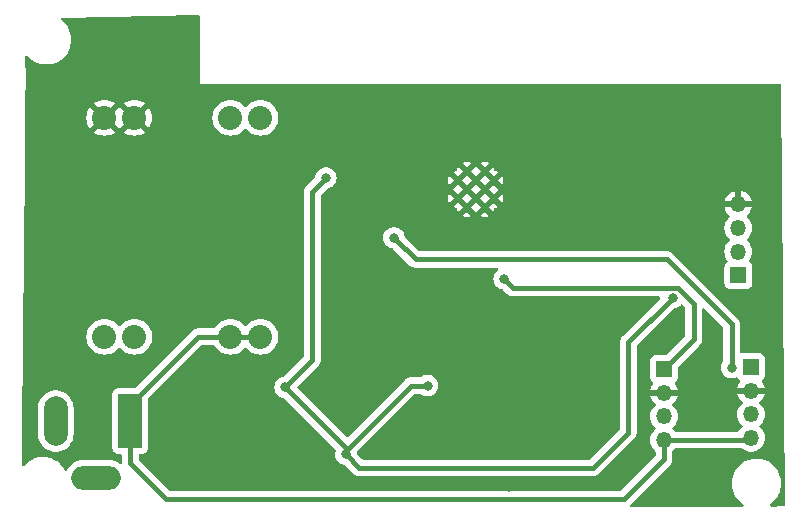
<source format=gbr>
%TF.GenerationSoftware,KiCad,Pcbnew,7.0.1*%
%TF.CreationDate,2023-03-21T16:38:31+01:00*%
%TF.ProjectId,Motordinges,4d6f746f-7264-4696-9e67-65732e6b6963,rev?*%
%TF.SameCoordinates,Original*%
%TF.FileFunction,Copper,L2,Bot*%
%TF.FilePolarity,Positive*%
%FSLAX46Y46*%
G04 Gerber Fmt 4.6, Leading zero omitted, Abs format (unit mm)*
G04 Created by KiCad (PCBNEW 7.0.1) date 2023-03-21 16:38:31*
%MOMM*%
%LPD*%
G01*
G04 APERTURE LIST*
%TA.AperFunction,HeatsinkPad*%
%ADD10C,0.600000*%
%TD*%
%TA.AperFunction,ComponentPad*%
%ADD11R,1.350000X1.350000*%
%TD*%
%TA.AperFunction,ComponentPad*%
%ADD12O,1.350000X1.350000*%
%TD*%
%TA.AperFunction,ComponentPad*%
%ADD13R,2.000000X4.600000*%
%TD*%
%TA.AperFunction,ComponentPad*%
%ADD14O,2.000000X4.200000*%
%TD*%
%TA.AperFunction,ComponentPad*%
%ADD15O,4.200000X2.000000*%
%TD*%
%TA.AperFunction,ComponentPad*%
%ADD16C,2.032000*%
%TD*%
%TA.AperFunction,ViaPad*%
%ADD17C,0.800000*%
%TD*%
%TA.AperFunction,Conductor*%
%ADD18C,0.406400*%
%TD*%
G04 APERTURE END LIST*
D10*
%TO.P,U1,39,GND*%
%TO.N,GND*%
X115765000Y-51027500D03*
X115765000Y-52552500D03*
X116527500Y-50265000D03*
X116527500Y-51790000D03*
X116527500Y-53315000D03*
X117290000Y-51027500D03*
X117290000Y-52552500D03*
X118052500Y-50265000D03*
X118052500Y-51790000D03*
X118052500Y-53315000D03*
X118815000Y-51027500D03*
X118815000Y-52552500D03*
%TD*%
D11*
%TO.P,J1,1,Pin_1*%
%TO.N,+3.3V*%
X139522200Y-59055000D03*
D12*
%TO.P,J1,2,Pin_2*%
%TO.N,RX0*%
X139522200Y-57055000D03*
%TO.P,J1,3,Pin_3*%
%TO.N,TX0*%
X139522200Y-55055000D03*
%TO.P,J1,4,Pin_4*%
%TO.N,GND*%
X139522200Y-53055000D03*
%TD*%
D11*
%TO.P,Motor1,1,PWM*%
%TO.N,A8*%
X140589000Y-66827400D03*
D12*
%TO.P,Motor1,2,GND*%
%TO.N,GND*%
X140589000Y-68827400D03*
%TO.P,Motor1,3,DIR*%
%TO.N,GPIO23*%
X140589000Y-70827400D03*
%TO.P,Motor1,4,12V*%
%TO.N,Net-(Motor1-12V)*%
X140589000Y-72827400D03*
%TD*%
D13*
%TO.P,J2,1*%
%TO.N,Net-(Motor1-12V)*%
X88036400Y-71399400D03*
D14*
%TO.P,J2,2*%
%TO.N,Net-(J2-Pad2)*%
X81736400Y-71399400D03*
D15*
%TO.P,J2,3*%
%TO.N,N/C*%
X85136400Y-76199400D03*
%TD*%
D12*
%TO.P,Motor2,4,12V*%
%TO.N,Net-(Motor1-12V)*%
X133223000Y-73005200D03*
%TO.P,Motor2,3,DIR*%
%TO.N,GPIO13*%
X133223000Y-71005200D03*
%TO.P,Motor2,2,GND*%
%TO.N,GND*%
X133223000Y-69005200D03*
D11*
%TO.P,Motor2,1,PWM*%
%TO.N,A9*%
X133223000Y-67005200D03*
%TD*%
D16*
%TO.P,U2,1,IN-*%
%TO.N,Net-(J2-Pad2)*%
X85852000Y-64262000D03*
%TO.P,U2,2,IN-*%
X88392000Y-64262000D03*
%TO.P,U2,3,IN+*%
%TO.N,Net-(Motor1-12V)*%
X96520000Y-64262000D03*
%TO.P,U2,4,IN+*%
X99060000Y-64262000D03*
%TO.P,U2,5,OUT+*%
%TO.N,VDD*%
X99060000Y-45720000D03*
%TO.P,U2,6,OUT+*%
X96520000Y-45720000D03*
%TO.P,U2,7,OUT-*%
%TO.N,GND*%
X88392000Y-45720000D03*
%TO.P,U2,8,OUT-*%
X85852000Y-45720000D03*
%TD*%
D17*
%TO.N,GND*%
X84683600Y-72923400D03*
X141427200Y-44983400D03*
X120065800Y-77012800D03*
X133934200Y-77470000D03*
X96697800Y-59105800D03*
X81584800Y-60477400D03*
X82575400Y-53136800D03*
X93827600Y-50571400D03*
X122910600Y-52832000D03*
%TO.N,+3.3V*%
X113207800Y-68402200D03*
X101142800Y-68554600D03*
X104597200Y-50825400D03*
%TO.N,GND*%
X135356600Y-57683400D03*
X136017000Y-46710600D03*
%TO.N,A8*%
X138963400Y-66878200D03*
X110363000Y-55880000D03*
%TO.N,A9*%
X119684800Y-59357200D03*
%TO.N,+3.3V*%
X133959600Y-60960000D03*
X106299000Y-74218800D03*
%TO.N,GND*%
X109702600Y-63119000D03*
X129184400Y-52603400D03*
X84378800Y-40665400D03*
X135966200Y-49860200D03*
X122656600Y-47498000D03*
X117424200Y-63957200D03*
X113055400Y-45440600D03*
X90195400Y-57607200D03*
X98577400Y-71069200D03*
X104673400Y-59817000D03*
X117221000Y-72440800D03*
%TD*%
D18*
%TO.N,+3.3V*%
X104597200Y-50825400D02*
X103454200Y-51968400D01*
X103454200Y-51968400D02*
X103454200Y-66243200D01*
X103454200Y-66243200D02*
X101142800Y-68554600D01*
X111810464Y-68402200D02*
X113207800Y-68402200D01*
X106299000Y-73913664D02*
X111810464Y-68402200D01*
X106299000Y-74218800D02*
X106299000Y-73913664D01*
X106299000Y-73710800D02*
X101142800Y-68554600D01*
X106299000Y-74218800D02*
X106299000Y-73710800D01*
%TO.N,A8*%
X112191800Y-57708800D02*
X110363000Y-55880000D01*
X133477000Y-57708800D02*
X112191800Y-57708800D01*
X138963400Y-63195200D02*
X133477000Y-57708800D01*
X138963400Y-66878200D02*
X138963400Y-63195200D01*
%TO.N,Net-(Motor1-12V)*%
X88036400Y-74955400D02*
X88036400Y-71399400D01*
X91077200Y-77996200D02*
X88036400Y-74955400D01*
X133223000Y-74625200D02*
X129852000Y-77996200D01*
X129852000Y-77996200D02*
X91077200Y-77996200D01*
X133223000Y-73005200D02*
X133223000Y-74625200D01*
%TO.N,+3.3V*%
X130200400Y-72390000D02*
X130200400Y-64719200D01*
X130200400Y-64719200D02*
X133959600Y-60960000D01*
X127228600Y-75361800D02*
X130200400Y-72390000D01*
X106299000Y-74218800D02*
X107442000Y-75361800D01*
X107442000Y-75361800D02*
X127228600Y-75361800D01*
%TO.N,A9*%
X134388300Y-60144100D02*
X135737600Y-61493400D01*
X135737600Y-64490600D02*
X133223000Y-67005200D01*
X120471700Y-60144100D02*
X134388300Y-60144100D01*
X119684800Y-59357200D02*
X120471700Y-60144100D01*
X135737600Y-61493400D02*
X135737600Y-64490600D01*
%TO.N,Net-(Motor1-12V)*%
X88036400Y-70027800D02*
X88036400Y-71399400D01*
X93802200Y-64262000D02*
X88036400Y-70027800D01*
X140411200Y-73005200D02*
X140589000Y-72827400D01*
X133223000Y-73005200D02*
X140411200Y-73005200D01*
X93802200Y-64262000D02*
X96520000Y-64262000D01*
X99060000Y-64262000D02*
X96520000Y-64262000D01*
%TD*%
%TA.AperFunction,Conductor*%
%TO.N,GND*%
G36*
X93878138Y-37044955D02*
G01*
X93924382Y-37089398D01*
X93942235Y-37151002D01*
X93969974Y-38505791D01*
X93970000Y-38508329D01*
X93970000Y-42900000D01*
X141970000Y-42900000D01*
X141976807Y-42900000D01*
X141992185Y-42889424D01*
X142036054Y-42878852D01*
X142158408Y-42872297D01*
X143035285Y-42825321D01*
X143099761Y-42839462D01*
X143147846Y-42884685D01*
X143165912Y-42948176D01*
X143443329Y-78507998D01*
X143427138Y-78570236D01*
X143381949Y-78615994D01*
X143319918Y-78632964D01*
X142319127Y-78637683D01*
X142257438Y-78621584D01*
X142211902Y-78576961D01*
X142194557Y-78515611D01*
X142209987Y-78453752D01*
X142254114Y-78407736D01*
X142278756Y-78392751D01*
X142500378Y-78212448D01*
X142695385Y-78003647D01*
X142698005Y-77999936D01*
X142860141Y-77770240D01*
X142861726Y-77767182D01*
X142991585Y-77516567D01*
X143029417Y-77410115D01*
X143087261Y-77247361D01*
X143145387Y-76967640D01*
X143145388Y-76967636D01*
X143164885Y-76682600D01*
X143145388Y-76397564D01*
X143130046Y-76323735D01*
X143087261Y-76117838D01*
X142991586Y-75848636D01*
X142991585Y-75848633D01*
X142860143Y-75594963D01*
X142860141Y-75594959D01*
X142695386Y-75361553D01*
X142500378Y-75152752D01*
X142459248Y-75119290D01*
X142278756Y-74972449D01*
X142034647Y-74824003D01*
X141772598Y-74710179D01*
X141553036Y-74648661D01*
X141497488Y-74633097D01*
X141214451Y-74594195D01*
X140928749Y-74594195D01*
X140645711Y-74633097D01*
X140521134Y-74668002D01*
X140370602Y-74710179D01*
X140370600Y-74710179D01*
X140370599Y-74710180D01*
X140108552Y-74824003D01*
X139864445Y-74972448D01*
X139642821Y-75152752D01*
X139447813Y-75361553D01*
X139283058Y-75594959D01*
X139151613Y-75848636D01*
X139055938Y-76117838D01*
X138997812Y-76397559D01*
X138978314Y-76682600D01*
X138997812Y-76967640D01*
X139055938Y-77247361D01*
X139151613Y-77516563D01*
X139283058Y-77770240D01*
X139447813Y-78003646D01*
X139638809Y-78208151D01*
X139642822Y-78212448D01*
X139864444Y-78392751D01*
X139908272Y-78419403D01*
X139952285Y-78465214D01*
X139967835Y-78526810D01*
X139950840Y-78588024D01*
X139905760Y-78632786D01*
X139844429Y-78649350D01*
X130450350Y-78693644D01*
X130395228Y-78681008D01*
X130351449Y-78645210D01*
X130328120Y-78593695D01*
X130330091Y-78537178D01*
X130356952Y-78487415D01*
X130362151Y-78481547D01*
X130367259Y-78476121D01*
X133702921Y-75140459D01*
X133708341Y-75135356D01*
X133753595Y-75095266D01*
X133787937Y-75045510D01*
X133792331Y-75039538D01*
X133829636Y-74991925D01*
X133833837Y-74982589D01*
X133844864Y-74963039D01*
X133850671Y-74954627D01*
X133872104Y-74898110D01*
X133874966Y-74891202D01*
X133899771Y-74836090D01*
X133901613Y-74826036D01*
X133907640Y-74804413D01*
X133911270Y-74794843D01*
X133918557Y-74734822D01*
X133919682Y-74727433D01*
X133930574Y-74668002D01*
X133927778Y-74621781D01*
X133926925Y-74607685D01*
X133926700Y-74600200D01*
X133926700Y-74009088D01*
X133937266Y-73959002D01*
X133967162Y-73917451D01*
X134095425Y-73800524D01*
X134118863Y-73769488D01*
X134127407Y-73758173D01*
X134171089Y-73721900D01*
X134226361Y-73708900D01*
X139763068Y-73708900D01*
X139807862Y-73717273D01*
X139846606Y-73741263D01*
X139867022Y-73759874D01*
X139877568Y-73769488D01*
X139937965Y-73806884D01*
X140062791Y-73884173D01*
X140238066Y-73952075D01*
X140265931Y-73962870D01*
X140480074Y-74002900D01*
X140697924Y-74002900D01*
X140697926Y-74002900D01*
X140912069Y-73962870D01*
X141047496Y-73910404D01*
X141115208Y-73884173D01*
X141124808Y-73878229D01*
X141300432Y-73769488D01*
X141461427Y-73622722D01*
X141592712Y-73448872D01*
X141689817Y-73253859D01*
X141689818Y-73253857D01*
X141749435Y-73044325D01*
X141754628Y-72988281D01*
X141769536Y-72827400D01*
X141749435Y-72610477D01*
X141749435Y-72610474D01*
X141689818Y-72400942D01*
X141592712Y-72205928D01*
X141461426Y-72032076D01*
X141337427Y-71919037D01*
X141301699Y-71861334D01*
X141301699Y-71793466D01*
X141337427Y-71735763D01*
X141461426Y-71622723D01*
X141461427Y-71622722D01*
X141592712Y-71448872D01*
X141689817Y-71253859D01*
X141689818Y-71253857D01*
X141749435Y-71044325D01*
X141753060Y-71005199D01*
X141769536Y-70827400D01*
X141749435Y-70610477D01*
X141749435Y-70610474D01*
X141689818Y-70400942D01*
X141592712Y-70205928D01*
X141461426Y-70032076D01*
X141337055Y-69918698D01*
X141301327Y-69860995D01*
X141301327Y-69793126D01*
X141337056Y-69735423D01*
X141461055Y-69622384D01*
X141592287Y-69448605D01*
X141689348Y-69253678D01*
X141739505Y-69077400D01*
X139438495Y-69077400D01*
X139488651Y-69253678D01*
X139585712Y-69448605D01*
X139716942Y-69622381D01*
X139840944Y-69735423D01*
X139876672Y-69793126D01*
X139876672Y-69860995D01*
X139840944Y-69918698D01*
X139716573Y-70032076D01*
X139585287Y-70205928D01*
X139488181Y-70400942D01*
X139428564Y-70610474D01*
X139408464Y-70827399D01*
X139428564Y-71044325D01*
X139488181Y-71253857D01*
X139585287Y-71448871D01*
X139716573Y-71622723D01*
X139840572Y-71735763D01*
X139876300Y-71793466D01*
X139876300Y-71861334D01*
X139840572Y-71919037D01*
X139716573Y-72032076D01*
X139585285Y-72205930D01*
X139571921Y-72232771D01*
X139526199Y-72282927D01*
X139460921Y-72301500D01*
X134226361Y-72301500D01*
X134171089Y-72288500D01*
X134127406Y-72252226D01*
X134095425Y-72209875D01*
X133971427Y-72096837D01*
X133935699Y-72039134D01*
X133935699Y-71971266D01*
X133971427Y-71913563D01*
X134095426Y-71800523D01*
X134100755Y-71793466D01*
X134226712Y-71626672D01*
X134323817Y-71431659D01*
X134323818Y-71431657D01*
X134383435Y-71222125D01*
X134386349Y-71190667D01*
X134403536Y-71005200D01*
X134383435Y-70788277D01*
X134383435Y-70788274D01*
X134323818Y-70578742D01*
X134226712Y-70383728D01*
X134095426Y-70209876D01*
X133971055Y-70096498D01*
X133935327Y-70038795D01*
X133935327Y-69970926D01*
X133971056Y-69913223D01*
X134095055Y-69800184D01*
X134226287Y-69626405D01*
X134323348Y-69431478D01*
X134373505Y-69255200D01*
X132072495Y-69255200D01*
X132122651Y-69431478D01*
X132219712Y-69626405D01*
X132350942Y-69800181D01*
X132474944Y-69913223D01*
X132510672Y-69970926D01*
X132510672Y-70038795D01*
X132474944Y-70096498D01*
X132350573Y-70209876D01*
X132219287Y-70383728D01*
X132122181Y-70578742D01*
X132062564Y-70788274D01*
X132042464Y-71005200D01*
X132062564Y-71222125D01*
X132122181Y-71431657D01*
X132219287Y-71626671D01*
X132350573Y-71800523D01*
X132474572Y-71913563D01*
X132510300Y-71971266D01*
X132510300Y-72039134D01*
X132474572Y-72096837D01*
X132350573Y-72209876D01*
X132219287Y-72383728D01*
X132122181Y-72578742D01*
X132062564Y-72788274D01*
X132042464Y-73005200D01*
X132062564Y-73222125D01*
X132122181Y-73431657D01*
X132219287Y-73626671D01*
X132350573Y-73800523D01*
X132478838Y-73917451D01*
X132508734Y-73959002D01*
X132519300Y-74009088D01*
X132519300Y-74282356D01*
X132509861Y-74329809D01*
X132482981Y-74370037D01*
X129596837Y-77256181D01*
X129556609Y-77283061D01*
X129509156Y-77292500D01*
X91420044Y-77292500D01*
X91372591Y-77283061D01*
X91332363Y-77256181D01*
X88776419Y-74700237D01*
X88749539Y-74660009D01*
X88740100Y-74612556D01*
X88740100Y-74323899D01*
X88756713Y-74261899D01*
X88802100Y-74216512D01*
X88864100Y-74199899D01*
X89084270Y-74199899D01*
X89084272Y-74199899D01*
X89143883Y-74193491D01*
X89278731Y-74143196D01*
X89393946Y-74056946D01*
X89480196Y-73941731D01*
X89530491Y-73806883D01*
X89536900Y-73747273D01*
X89536899Y-69573842D01*
X89546338Y-69526390D01*
X89573215Y-69486165D01*
X90504781Y-68554599D01*
X100237340Y-68554599D01*
X100257126Y-68742857D01*
X100315620Y-68922884D01*
X100410266Y-69086816D01*
X100536929Y-69227489D01*
X100690069Y-69338751D01*
X100770621Y-69374615D01*
X100862997Y-69415744D01*
X101012186Y-69447454D01*
X101045566Y-69459769D01*
X101074080Y-69481062D01*
X105411152Y-73818134D01*
X105444045Y-73876867D01*
X105441402Y-73944132D01*
X105413326Y-74030540D01*
X105393540Y-74218800D01*
X105413326Y-74407057D01*
X105471820Y-74587084D01*
X105566466Y-74751016D01*
X105693129Y-74891689D01*
X105846269Y-75002951D01*
X105977347Y-75061311D01*
X106019197Y-75079944D01*
X106168378Y-75111653D01*
X106201765Y-75123969D01*
X106230279Y-75145262D01*
X106926731Y-75841714D01*
X106931864Y-75847167D01*
X106966543Y-75886310D01*
X106971934Y-75892395D01*
X107013937Y-75921387D01*
X107021652Y-75926713D01*
X107027685Y-75931152D01*
X107049128Y-75947951D01*
X107075275Y-75968436D01*
X107084602Y-75972633D01*
X107104156Y-75983661D01*
X107112573Y-75989471D01*
X107169092Y-76010907D01*
X107176009Y-76013772D01*
X107219364Y-76033283D01*
X107231110Y-76038570D01*
X107241160Y-76040411D01*
X107262789Y-76046441D01*
X107272357Y-76050070D01*
X107315334Y-76055288D01*
X107332363Y-76057356D01*
X107339769Y-76058483D01*
X107399199Y-76069374D01*
X107459513Y-76065725D01*
X107466999Y-76065500D01*
X127203600Y-76065500D01*
X127211085Y-76065725D01*
X127271400Y-76069374D01*
X127330858Y-76058477D01*
X127338222Y-76057357D01*
X127398243Y-76050070D01*
X127407808Y-76046441D01*
X127429436Y-76040411D01*
X127439490Y-76038570D01*
X127439491Y-76038569D01*
X127439493Y-76038569D01*
X127494599Y-76013768D01*
X127501513Y-76010903D01*
X127558027Y-75989471D01*
X127566439Y-75983663D01*
X127585994Y-75972634D01*
X127595325Y-75968436D01*
X127642938Y-75931131D01*
X127648910Y-75926737D01*
X127698666Y-75892395D01*
X127738756Y-75847141D01*
X127743867Y-75841714D01*
X130680321Y-72905259D01*
X130685741Y-72900156D01*
X130730995Y-72860066D01*
X130765337Y-72810310D01*
X130769731Y-72804338D01*
X130807036Y-72756725D01*
X130811237Y-72747389D01*
X130822264Y-72727839D01*
X130828071Y-72719427D01*
X130849504Y-72662910D01*
X130852366Y-72656002D01*
X130877171Y-72600890D01*
X130879013Y-72590836D01*
X130885040Y-72569213D01*
X130888670Y-72559643D01*
X130895957Y-72499622D01*
X130897082Y-72492233D01*
X130907974Y-72432802D01*
X130904326Y-72372486D01*
X130904100Y-72365000D01*
X130904100Y-65062044D01*
X130913539Y-65014591D01*
X130940419Y-64974363D01*
X131710856Y-64203926D01*
X134028321Y-61886459D01*
X134056832Y-61865169D01*
X134090209Y-61852855D01*
X134239403Y-61821144D01*
X134412330Y-61744151D01*
X134565471Y-61632888D01*
X134627965Y-61563481D01*
X134683857Y-61527874D01*
X134750110Y-61526139D01*
X134807793Y-61558775D01*
X134997581Y-61748563D01*
X135024461Y-61788791D01*
X135033900Y-61836244D01*
X135033900Y-64147756D01*
X135024461Y-64195209D01*
X134997581Y-64235437D01*
X133439635Y-65793381D01*
X133399407Y-65820261D01*
X133351954Y-65829700D01*
X132500130Y-65829700D01*
X132440515Y-65836109D01*
X132305669Y-65886404D01*
X132190454Y-65972654D01*
X132104204Y-66087868D01*
X132097989Y-66104530D01*
X132053909Y-66222717D01*
X132049217Y-66266362D01*
X132047500Y-66282330D01*
X132047500Y-67728069D01*
X132053909Y-67787683D01*
X132104204Y-67922531D01*
X132190454Y-68037746D01*
X132271418Y-68098356D01*
X132276504Y-68102163D01*
X132316250Y-68152777D01*
X132325274Y-68216496D01*
X132301148Y-68276156D01*
X132219712Y-68383995D01*
X132122651Y-68578921D01*
X132072494Y-68755199D01*
X132072495Y-68755200D01*
X134373505Y-68755200D01*
X134373505Y-68755199D01*
X134323348Y-68578921D01*
X134226287Y-68383994D01*
X134144852Y-68276157D01*
X134120725Y-68216496D01*
X134129749Y-68152777D01*
X134169493Y-68102164D01*
X134255546Y-68037746D01*
X134341796Y-67922531D01*
X134392091Y-67787683D01*
X134398500Y-67728073D01*
X134398499Y-66876242D01*
X134407938Y-66828790D01*
X134434815Y-66788565D01*
X136217522Y-65005858D01*
X136222960Y-65000740D01*
X136268195Y-64960666D01*
X136302547Y-64910896D01*
X136306942Y-64904924D01*
X136344236Y-64857325D01*
X136348435Y-64847992D01*
X136359457Y-64828449D01*
X136365271Y-64820027D01*
X136386710Y-64763493D01*
X136389556Y-64756622D01*
X136414370Y-64701491D01*
X136416214Y-64691425D01*
X136422236Y-64669823D01*
X136425870Y-64660243D01*
X136433157Y-64600216D01*
X136434279Y-64592842D01*
X136445174Y-64533401D01*
X136441526Y-64473092D01*
X136441300Y-64465605D01*
X136441300Y-61967644D01*
X136454815Y-61911349D01*
X136492415Y-61867326D01*
X136545902Y-61845171D01*
X136603618Y-61849713D01*
X136652981Y-61879963D01*
X138223381Y-63450363D01*
X138250261Y-63490591D01*
X138259700Y-63538044D01*
X138259700Y-66266362D01*
X138251464Y-66310799D01*
X138236966Y-66334456D01*
X138237383Y-66334697D01*
X138136220Y-66509915D01*
X138077726Y-66689942D01*
X138057940Y-66878200D01*
X138077726Y-67066457D01*
X138136220Y-67246484D01*
X138230866Y-67410416D01*
X138357529Y-67551089D01*
X138510669Y-67662351D01*
X138683597Y-67739344D01*
X138868752Y-67778700D01*
X138868754Y-67778700D01*
X139058046Y-67778700D01*
X139058048Y-67778700D01*
X139191969Y-67750234D01*
X139243203Y-67739344D01*
X139300283Y-67713930D01*
X139320033Y-67705137D01*
X139374206Y-67694472D01*
X139427638Y-67708381D01*
X139469736Y-67744105D01*
X139470203Y-67744729D01*
X139470204Y-67744731D01*
X139556454Y-67859946D01*
X139636177Y-67919627D01*
X139642504Y-67924363D01*
X139682250Y-67974977D01*
X139691274Y-68038696D01*
X139667148Y-68098356D01*
X139585712Y-68206195D01*
X139488651Y-68401121D01*
X139438494Y-68577399D01*
X139438495Y-68577400D01*
X141739505Y-68577400D01*
X141739505Y-68577399D01*
X141689348Y-68401121D01*
X141592287Y-68206194D01*
X141510852Y-68098357D01*
X141486725Y-68038696D01*
X141495749Y-67974977D01*
X141535493Y-67924364D01*
X141621546Y-67859946D01*
X141707796Y-67744731D01*
X141758091Y-67609883D01*
X141764500Y-67550273D01*
X141764499Y-66104528D01*
X141758091Y-66044917D01*
X141707796Y-65910069D01*
X141621546Y-65794854D01*
X141506331Y-65708604D01*
X141371483Y-65658309D01*
X141311873Y-65651900D01*
X141311869Y-65651900D01*
X139866131Y-65651900D01*
X139830100Y-65655773D01*
X139806517Y-65658309D01*
X139806515Y-65658309D01*
X139804354Y-65658542D01*
X139736918Y-65646788D01*
X139685994Y-65601045D01*
X139667100Y-65535252D01*
X139667100Y-63220199D01*
X139667326Y-63212713D01*
X139668920Y-63186357D01*
X139670974Y-63152399D01*
X139660079Y-63092955D01*
X139658954Y-63085556D01*
X139651670Y-63025557D01*
X139648038Y-63015981D01*
X139642014Y-62994375D01*
X139640170Y-62984309D01*
X139615365Y-62929195D01*
X139612507Y-62922298D01*
X139591071Y-62865773D01*
X139585263Y-62857358D01*
X139574236Y-62837807D01*
X139570036Y-62828475D01*
X139532752Y-62780886D01*
X139528323Y-62774867D01*
X139493995Y-62725134D01*
X139448759Y-62685058D01*
X139443306Y-62679924D01*
X133992266Y-57228884D01*
X133987132Y-57223430D01*
X133947067Y-57178206D01*
X133897347Y-57143887D01*
X133891313Y-57139447D01*
X133843726Y-57102164D01*
X133834395Y-57097965D01*
X133814844Y-57086939D01*
X133806426Y-57081128D01*
X133749908Y-57059693D01*
X133742991Y-57056828D01*
X133738929Y-57055000D01*
X138341664Y-57055000D01*
X138361764Y-57271925D01*
X138421381Y-57481457D01*
X138518488Y-57676474D01*
X138599947Y-57784343D01*
X138624074Y-57844003D01*
X138615050Y-57907721D01*
X138575304Y-57958335D01*
X138489655Y-58022451D01*
X138403404Y-58137668D01*
X138353109Y-58272516D01*
X138346700Y-58332130D01*
X138346700Y-59777869D01*
X138353109Y-59837483D01*
X138403404Y-59972331D01*
X138489654Y-60087546D01*
X138604869Y-60173796D01*
X138739717Y-60224091D01*
X138799327Y-60230500D01*
X140245072Y-60230499D01*
X140304683Y-60224091D01*
X140439531Y-60173796D01*
X140554746Y-60087546D01*
X140640996Y-59972331D01*
X140691291Y-59837483D01*
X140697700Y-59777873D01*
X140697699Y-58332128D01*
X140691291Y-58272517D01*
X140640996Y-58137669D01*
X140554746Y-58022454D01*
X140469094Y-57958335D01*
X140429349Y-57907722D01*
X140420325Y-57844003D01*
X140444451Y-57784343D01*
X140525912Y-57676472D01*
X140623017Y-57481459D01*
X140623018Y-57481457D01*
X140682635Y-57271925D01*
X140686623Y-57228884D01*
X140702736Y-57055000D01*
X140682635Y-56838077D01*
X140682635Y-56838074D01*
X140623018Y-56628542D01*
X140525912Y-56433528D01*
X140394626Y-56259676D01*
X140270627Y-56146637D01*
X140234899Y-56088934D01*
X140234899Y-56021066D01*
X140270627Y-55963363D01*
X140394626Y-55850323D01*
X140424480Y-55810790D01*
X140525912Y-55676472D01*
X140623017Y-55481459D01*
X140661051Y-55347784D01*
X140682635Y-55271925D01*
X140685777Y-55238008D01*
X140702736Y-55055000D01*
X140682635Y-54838077D01*
X140682635Y-54838074D01*
X140623018Y-54628542D01*
X140525912Y-54433528D01*
X140394626Y-54259676D01*
X140270255Y-54146298D01*
X140234527Y-54088595D01*
X140234527Y-54020726D01*
X140270256Y-53963023D01*
X140394255Y-53849984D01*
X140525487Y-53676205D01*
X140622548Y-53481278D01*
X140672705Y-53305000D01*
X138371695Y-53305000D01*
X138421851Y-53481278D01*
X138518912Y-53676205D01*
X138650142Y-53849981D01*
X138774144Y-53963023D01*
X138809872Y-54020726D01*
X138809872Y-54088595D01*
X138774144Y-54146298D01*
X138649773Y-54259676D01*
X138518487Y-54433528D01*
X138421381Y-54628542D01*
X138361764Y-54838074D01*
X138341664Y-55055000D01*
X138361764Y-55271925D01*
X138421381Y-55481457D01*
X138518487Y-55676471D01*
X138649773Y-55850323D01*
X138773772Y-55963362D01*
X138809500Y-56021064D01*
X138809501Y-56088933D01*
X138773773Y-56146636D01*
X138649771Y-56259679D01*
X138518487Y-56433528D01*
X138421381Y-56628542D01*
X138361764Y-56838074D01*
X138341664Y-57055000D01*
X133738929Y-57055000D01*
X133729284Y-57050659D01*
X133687891Y-57032030D01*
X133677833Y-57030187D01*
X133656214Y-57024160D01*
X133646643Y-57020530D01*
X133586624Y-57013241D01*
X133579222Y-57012115D01*
X133519800Y-57001225D01*
X133459486Y-57004874D01*
X133452000Y-57005100D01*
X112534644Y-57005100D01*
X112487191Y-56995661D01*
X112446963Y-56968781D01*
X111288972Y-55810790D01*
X111264732Y-55776491D01*
X111253332Y-55736068D01*
X111248674Y-55691742D01*
X111190179Y-55511715D01*
X111095533Y-55347783D01*
X110968870Y-55207110D01*
X110815730Y-55095848D01*
X110642802Y-55018855D01*
X110457648Y-54979500D01*
X110457646Y-54979500D01*
X110268354Y-54979500D01*
X110268352Y-54979500D01*
X110083197Y-55018855D01*
X109910269Y-55095848D01*
X109757129Y-55207110D01*
X109630466Y-55347783D01*
X109535820Y-55511715D01*
X109477326Y-55691742D01*
X109457540Y-55879999D01*
X109477326Y-56068257D01*
X109535820Y-56248284D01*
X109630466Y-56412216D01*
X109757129Y-56552889D01*
X109910269Y-56664151D01*
X110026168Y-56715752D01*
X110083197Y-56741144D01*
X110232386Y-56772854D01*
X110265766Y-56785169D01*
X110294280Y-56806462D01*
X111676524Y-58188706D01*
X111681658Y-58194160D01*
X111721732Y-58239395D01*
X111771460Y-58273718D01*
X111777488Y-58278153D01*
X111825075Y-58315436D01*
X111834403Y-58319634D01*
X111853954Y-58330660D01*
X111862373Y-58336471D01*
X111909888Y-58354491D01*
X111918877Y-58357900D01*
X111925798Y-58360767D01*
X111980910Y-58385571D01*
X111990961Y-58387412D01*
X112012582Y-58393438D01*
X112022157Y-58397070D01*
X112082171Y-58404356D01*
X112089539Y-58405477D01*
X112149000Y-58416374D01*
X112209314Y-58412725D01*
X112216800Y-58412500D01*
X119071413Y-58412500D01*
X119131150Y-58427838D01*
X119176110Y-58470057D01*
X119195168Y-58528714D01*
X119183612Y-58589297D01*
X119144298Y-58636818D01*
X119078929Y-58684310D01*
X118952266Y-58824983D01*
X118857620Y-58988915D01*
X118799126Y-59168942D01*
X118779340Y-59357200D01*
X118799126Y-59545457D01*
X118857620Y-59725484D01*
X118952266Y-59889416D01*
X119078929Y-60030089D01*
X119232069Y-60141351D01*
X119347968Y-60192952D01*
X119404997Y-60218344D01*
X119554186Y-60250054D01*
X119587566Y-60262369D01*
X119616080Y-60283662D01*
X119956424Y-60624006D01*
X119961558Y-60629459D01*
X120001634Y-60674695D01*
X120051384Y-60709034D01*
X120057382Y-60713448D01*
X120104976Y-60750736D01*
X120114313Y-60754938D01*
X120133852Y-60765958D01*
X120142273Y-60771771D01*
X120198269Y-60793007D01*
X120198775Y-60793199D01*
X120205696Y-60796065D01*
X120260810Y-60820871D01*
X120270872Y-60822714D01*
X120292485Y-60828739D01*
X120302057Y-60832370D01*
X120362071Y-60839656D01*
X120369439Y-60840777D01*
X120428900Y-60851674D01*
X120489214Y-60848025D01*
X120496700Y-60847800D01*
X132777255Y-60847800D01*
X132833550Y-60861315D01*
X132877573Y-60898915D01*
X132899728Y-60952402D01*
X132895186Y-61010118D01*
X132864936Y-61059481D01*
X129720490Y-64203926D01*
X129715038Y-64209058D01*
X129669807Y-64249130D01*
X129635482Y-64298858D01*
X129631045Y-64304887D01*
X129593763Y-64352474D01*
X129589562Y-64361810D01*
X129578540Y-64381354D01*
X129572727Y-64389775D01*
X129551298Y-64446277D01*
X129548434Y-64453192D01*
X129523629Y-64508309D01*
X129521785Y-64518372D01*
X129515762Y-64539977D01*
X129512130Y-64549554D01*
X129504841Y-64609577D01*
X129503714Y-64616978D01*
X129492825Y-64676397D01*
X129496474Y-64736714D01*
X129496700Y-64744200D01*
X129496700Y-72047156D01*
X129487261Y-72094609D01*
X129460381Y-72134837D01*
X126973437Y-74621781D01*
X126933209Y-74648661D01*
X126885756Y-74658100D01*
X107784845Y-74658100D01*
X107737392Y-74648661D01*
X107697164Y-74621781D01*
X107229294Y-74153912D01*
X107197200Y-74098325D01*
X107197200Y-74034137D01*
X107229292Y-73978552D01*
X112065627Y-69142219D01*
X112105856Y-69115339D01*
X112153309Y-69105900D01*
X112604048Y-69105900D01*
X112642366Y-69111969D01*
X112676932Y-69129581D01*
X112755070Y-69186351D01*
X112755071Y-69186351D01*
X112755072Y-69186352D01*
X112927997Y-69263344D01*
X113113152Y-69302700D01*
X113113154Y-69302700D01*
X113302446Y-69302700D01*
X113302448Y-69302700D01*
X113425884Y-69276462D01*
X113487603Y-69263344D01*
X113660530Y-69186351D01*
X113758270Y-69115339D01*
X113813670Y-69075089D01*
X113846232Y-69038926D01*
X113940333Y-68934416D01*
X114034979Y-68770484D01*
X114093474Y-68590456D01*
X114113260Y-68402200D01*
X114093474Y-68213944D01*
X114036532Y-68038696D01*
X114034979Y-68033915D01*
X113940333Y-67869983D01*
X113813670Y-67729310D01*
X113660530Y-67618048D01*
X113487602Y-67541055D01*
X113302448Y-67501700D01*
X113302446Y-67501700D01*
X113113154Y-67501700D01*
X113113152Y-67501700D01*
X112927997Y-67541055D01*
X112755072Y-67618047D01*
X112676934Y-67674818D01*
X112642366Y-67692431D01*
X112604048Y-67698500D01*
X111835464Y-67698500D01*
X111827978Y-67698274D01*
X111767660Y-67694625D01*
X111708239Y-67705514D01*
X111700840Y-67706641D01*
X111640817Y-67713930D01*
X111631247Y-67717560D01*
X111609632Y-67723586D01*
X111599573Y-67725429D01*
X111544455Y-67750234D01*
X111537541Y-67753098D01*
X111481039Y-67774527D01*
X111472618Y-67780340D01*
X111453074Y-67791362D01*
X111443738Y-67795563D01*
X111396141Y-67832852D01*
X111390113Y-67837288D01*
X111340394Y-67871607D01*
X111300330Y-67916829D01*
X111295198Y-67922281D01*
X106488112Y-72729368D01*
X106432525Y-72761462D01*
X106368337Y-72761462D01*
X106312750Y-72729368D01*
X102225662Y-68642280D01*
X102193568Y-68586693D01*
X102193568Y-68522505D01*
X102225659Y-68466922D01*
X103934122Y-66758458D01*
X103939560Y-66753340D01*
X103984795Y-66713266D01*
X104019147Y-66663496D01*
X104023542Y-66657524D01*
X104060836Y-66609925D01*
X104065035Y-66600592D01*
X104076057Y-66581049D01*
X104081871Y-66572627D01*
X104103310Y-66516093D01*
X104106156Y-66509222D01*
X104130970Y-66454091D01*
X104132814Y-66444025D01*
X104138836Y-66422423D01*
X104142470Y-66412843D01*
X104149757Y-66352816D01*
X104150879Y-66345442D01*
X104161774Y-66286001D01*
X104158125Y-66225686D01*
X104157900Y-66218201D01*
X104157900Y-54031660D01*
X116164391Y-54031660D01*
X116178196Y-54040335D01*
X116348359Y-54099877D01*
X116527500Y-54120062D01*
X116706640Y-54099877D01*
X116876803Y-54040335D01*
X116890607Y-54031661D01*
X116890607Y-54031660D01*
X117689391Y-54031660D01*
X117703196Y-54040335D01*
X117873359Y-54099877D01*
X118052500Y-54120062D01*
X118231640Y-54099877D01*
X118401803Y-54040335D01*
X118415607Y-54031661D01*
X118415607Y-54031660D01*
X118052501Y-53668553D01*
X118052500Y-53668553D01*
X117689391Y-54031660D01*
X116890607Y-54031660D01*
X116527501Y-53668553D01*
X116527500Y-53668553D01*
X116164391Y-54031660D01*
X104157900Y-54031660D01*
X104157900Y-53269160D01*
X115401891Y-53269160D01*
X115415696Y-53277835D01*
X115585855Y-53337376D01*
X115628480Y-53342178D01*
X115680569Y-53360404D01*
X115719592Y-53399425D01*
X115737819Y-53451514D01*
X115742622Y-53494140D01*
X115802165Y-53664304D01*
X115810838Y-53678108D01*
X116173947Y-53315001D01*
X116173947Y-53315000D01*
X116881053Y-53315000D01*
X117244160Y-53678107D01*
X117276121Y-53674507D01*
X117303887Y-53674508D01*
X117335838Y-53678108D01*
X117698947Y-53315001D01*
X117698947Y-53315000D01*
X118406053Y-53315000D01*
X118769160Y-53678107D01*
X118769161Y-53678107D01*
X118777835Y-53664303D01*
X118837376Y-53494144D01*
X118842178Y-53451518D01*
X118860405Y-53399428D01*
X118899428Y-53360405D01*
X118951518Y-53342178D01*
X118994144Y-53337376D01*
X119164303Y-53277835D01*
X119178107Y-53269161D01*
X119178107Y-53269160D01*
X118815000Y-52906053D01*
X118406053Y-53315000D01*
X117698947Y-53315000D01*
X117290000Y-52906053D01*
X116881053Y-53315000D01*
X116173947Y-53315000D01*
X115765001Y-52906053D01*
X115765000Y-52906053D01*
X115401891Y-53269160D01*
X104157900Y-53269160D01*
X104157900Y-52552500D01*
X114959937Y-52552500D01*
X114980122Y-52731640D01*
X115039665Y-52901804D01*
X115048338Y-52915608D01*
X115411447Y-52552501D01*
X115411447Y-52552500D01*
X116118553Y-52552500D01*
X116527500Y-52961447D01*
X116936447Y-52552500D01*
X117643553Y-52552500D01*
X118052500Y-52961447D01*
X118461446Y-52552501D01*
X119168553Y-52552501D01*
X119531660Y-52915607D01*
X119531661Y-52915607D01*
X119540335Y-52901803D01*
X119574208Y-52804999D01*
X138371694Y-52804999D01*
X138371695Y-52805000D01*
X139272200Y-52805000D01*
X139272200Y-51906380D01*
X139772200Y-51906380D01*
X139772200Y-52805000D01*
X140672705Y-52805000D01*
X140672705Y-52804999D01*
X140622548Y-52628721D01*
X140525487Y-52433794D01*
X140394255Y-52260014D01*
X140233331Y-52113314D01*
X140048187Y-51998677D01*
X139845130Y-51920013D01*
X139772200Y-51906380D01*
X139272200Y-51906380D01*
X139199269Y-51920013D01*
X138996212Y-51998677D01*
X138811068Y-52113314D01*
X138650144Y-52260014D01*
X138518912Y-52433794D01*
X138421851Y-52628721D01*
X138371694Y-52804999D01*
X119574208Y-52804999D01*
X119599877Y-52731640D01*
X119620062Y-52552500D01*
X119599877Y-52373359D01*
X119540335Y-52203196D01*
X119531660Y-52189391D01*
X119168553Y-52552500D01*
X119168553Y-52552501D01*
X118461446Y-52552501D01*
X118461447Y-52552500D01*
X118052500Y-52143553D01*
X117643553Y-52552500D01*
X116936447Y-52552500D01*
X116527500Y-52143553D01*
X116118553Y-52552500D01*
X115411447Y-52552500D01*
X115048338Y-52189390D01*
X115048338Y-52189391D01*
X115039664Y-52203196D01*
X114980122Y-52373359D01*
X114959937Y-52552500D01*
X104157900Y-52552500D01*
X104157900Y-52311244D01*
X104167339Y-52263791D01*
X104194219Y-52223563D01*
X104428131Y-51989651D01*
X104581943Y-51835838D01*
X115401890Y-51835838D01*
X115764999Y-52198947D01*
X116173947Y-51790000D01*
X116881053Y-51790000D01*
X117290000Y-52198947D01*
X117698947Y-51790000D01*
X118406053Y-51790000D01*
X118815000Y-52198947D01*
X118815001Y-52198947D01*
X119178108Y-51835838D01*
X119174508Y-51803884D01*
X119174507Y-51776119D01*
X119178107Y-51744160D01*
X118815000Y-51381053D01*
X118406053Y-51790000D01*
X117698947Y-51790000D01*
X117290000Y-51381053D01*
X116881053Y-51790000D01*
X116173947Y-51790000D01*
X115765001Y-51381053D01*
X115765000Y-51381053D01*
X115401890Y-51744161D01*
X115405491Y-51776123D01*
X115405491Y-51803892D01*
X115401890Y-51835838D01*
X104581943Y-51835838D01*
X104665922Y-51751859D01*
X104694433Y-51730569D01*
X104727811Y-51718255D01*
X104877003Y-51686544D01*
X105049930Y-51609551D01*
X105126270Y-51554087D01*
X105203070Y-51498289D01*
X105329733Y-51357616D01*
X105424379Y-51193684D01*
X105478375Y-51027501D01*
X105478375Y-51027500D01*
X114959937Y-51027500D01*
X114980122Y-51206640D01*
X115039665Y-51376804D01*
X115048338Y-51390608D01*
X115411447Y-51027501D01*
X115411447Y-51027500D01*
X116118553Y-51027500D01*
X116527500Y-51436447D01*
X116936447Y-51027500D01*
X117643553Y-51027500D01*
X118052500Y-51436447D01*
X118461446Y-51027501D01*
X119168553Y-51027501D01*
X119531660Y-51390607D01*
X119531661Y-51390607D01*
X119540335Y-51376803D01*
X119599877Y-51206640D01*
X119620062Y-51027500D01*
X119599877Y-50848359D01*
X119540335Y-50678196D01*
X119531660Y-50664391D01*
X119168553Y-51027500D01*
X119168553Y-51027501D01*
X118461446Y-51027501D01*
X118461447Y-51027500D01*
X118052500Y-50618553D01*
X117643553Y-51027500D01*
X116936447Y-51027500D01*
X116527500Y-50618553D01*
X116118553Y-51027500D01*
X115411447Y-51027500D01*
X115048338Y-50664390D01*
X115048338Y-50664391D01*
X115039664Y-50678196D01*
X114980122Y-50848359D01*
X114959937Y-51027500D01*
X105478375Y-51027500D01*
X105482874Y-51013656D01*
X105502660Y-50825400D01*
X105482874Y-50637144D01*
X105424379Y-50457116D01*
X105424379Y-50457115D01*
X105339926Y-50310838D01*
X115401890Y-50310838D01*
X115764999Y-50673947D01*
X116173946Y-50265001D01*
X116881053Y-50265001D01*
X117289999Y-50673947D01*
X117698946Y-50265001D01*
X118406053Y-50265001D01*
X118815000Y-50673947D01*
X118815001Y-50673947D01*
X119178108Y-50310838D01*
X119164304Y-50302165D01*
X118994140Y-50242622D01*
X118951514Y-50237819D01*
X118899425Y-50219592D01*
X118860404Y-50180569D01*
X118842178Y-50128480D01*
X118837376Y-50085855D01*
X118777835Y-49915696D01*
X118769160Y-49901891D01*
X118406053Y-50265000D01*
X118406053Y-50265001D01*
X117698946Y-50265001D01*
X117698947Y-50265000D01*
X117335838Y-49901890D01*
X117303892Y-49905491D01*
X117276123Y-49905491D01*
X117244161Y-49901890D01*
X116881053Y-50265000D01*
X116881053Y-50265001D01*
X116173946Y-50265001D01*
X116173947Y-50265000D01*
X115810838Y-49901890D01*
X115810838Y-49901891D01*
X115802164Y-49915696D01*
X115742622Y-50085859D01*
X115737819Y-50128485D01*
X115719592Y-50180572D01*
X115680572Y-50219592D01*
X115628485Y-50237819D01*
X115585859Y-50242622D01*
X115415696Y-50302164D01*
X115401891Y-50310838D01*
X115401890Y-50310838D01*
X105339926Y-50310838D01*
X105329733Y-50293183D01*
X105203070Y-50152510D01*
X105049930Y-50041248D01*
X104877002Y-49964255D01*
X104691848Y-49924900D01*
X104691846Y-49924900D01*
X104502554Y-49924900D01*
X104502552Y-49924900D01*
X104317397Y-49964255D01*
X104144469Y-50041248D01*
X103991329Y-50152510D01*
X103864666Y-50293183D01*
X103770020Y-50457115D01*
X103711525Y-50637146D01*
X103706866Y-50681471D01*
X103695466Y-50721891D01*
X103671227Y-50756188D01*
X102974290Y-51453126D01*
X102968838Y-51458258D01*
X102923607Y-51498330D01*
X102889282Y-51548058D01*
X102884845Y-51554087D01*
X102847563Y-51601674D01*
X102843362Y-51611010D01*
X102832340Y-51630554D01*
X102826527Y-51638975D01*
X102805098Y-51695477D01*
X102802234Y-51702392D01*
X102777429Y-51757509D01*
X102775585Y-51767572D01*
X102769562Y-51789177D01*
X102765930Y-51798754D01*
X102758641Y-51858777D01*
X102757514Y-51866178D01*
X102746625Y-51925597D01*
X102750274Y-51985914D01*
X102750500Y-51993400D01*
X102750500Y-65900356D01*
X102741061Y-65947809D01*
X102714181Y-65988037D01*
X101074080Y-67628136D01*
X101045567Y-67649428D01*
X101012181Y-67661745D01*
X100862997Y-67693456D01*
X100690067Y-67770449D01*
X100536929Y-67881710D01*
X100410266Y-68022383D01*
X100315620Y-68186315D01*
X100257126Y-68366342D01*
X100237340Y-68554599D01*
X90504781Y-68554599D01*
X94057362Y-65002019D01*
X94097591Y-64975139D01*
X94145044Y-64965700D01*
X95103192Y-64965700D01*
X95163781Y-64981511D01*
X95208919Y-65024910D01*
X95268873Y-65122746D01*
X95289332Y-65156132D01*
X95444357Y-65337643D01*
X95625868Y-65492668D01*
X95829395Y-65617389D01*
X95900370Y-65646788D01*
X96049926Y-65708737D01*
X96063618Y-65712024D01*
X96282034Y-65764461D01*
X96520000Y-65783189D01*
X96757966Y-65764461D01*
X96990073Y-65708737D01*
X97210605Y-65617389D01*
X97414132Y-65492668D01*
X97595643Y-65337643D01*
X97695711Y-65220477D01*
X97738086Y-65188401D01*
X97790000Y-65177011D01*
X97841914Y-65188401D01*
X97884288Y-65220477D01*
X97984357Y-65337643D01*
X98165868Y-65492668D01*
X98369395Y-65617389D01*
X98440370Y-65646788D01*
X98589926Y-65708737D01*
X98603618Y-65712024D01*
X98822034Y-65764461D01*
X99060000Y-65783189D01*
X99297966Y-65764461D01*
X99530073Y-65708737D01*
X99750605Y-65617389D01*
X99954132Y-65492668D01*
X100135643Y-65337643D01*
X100290668Y-65156132D01*
X100415389Y-64952605D01*
X100506737Y-64732073D01*
X100562461Y-64499966D01*
X100581189Y-64262000D01*
X100562461Y-64024034D01*
X100506737Y-63791927D01*
X100502662Y-63782090D01*
X100415390Y-63571398D01*
X100415389Y-63571395D01*
X100290668Y-63367868D01*
X100135643Y-63186357D01*
X100017620Y-63085556D01*
X99954135Y-63031334D01*
X99929091Y-63015987D01*
X99750605Y-62906611D01*
X99750602Y-62906610D01*
X99750601Y-62906609D01*
X99530073Y-62815262D01*
X99297967Y-62759539D01*
X99060000Y-62740811D01*
X98822032Y-62759539D01*
X98589926Y-62815262D01*
X98369398Y-62906609D01*
X98165864Y-63031334D01*
X97984357Y-63186357D01*
X97884290Y-63303520D01*
X97841914Y-63335598D01*
X97790000Y-63346988D01*
X97738086Y-63335598D01*
X97695710Y-63303520D01*
X97668683Y-63271876D01*
X97595643Y-63186357D01*
X97477620Y-63085556D01*
X97414135Y-63031334D01*
X97389091Y-63015987D01*
X97210605Y-62906611D01*
X97210602Y-62906610D01*
X97210601Y-62906609D01*
X96990073Y-62815262D01*
X96757967Y-62759539D01*
X96520000Y-62740811D01*
X96282032Y-62759539D01*
X96049926Y-62815262D01*
X95829398Y-62906609D01*
X95625864Y-63031334D01*
X95444357Y-63186357D01*
X95289331Y-63367869D01*
X95208919Y-63499090D01*
X95163781Y-63542489D01*
X95103192Y-63558300D01*
X93827200Y-63558300D01*
X93819714Y-63558074D01*
X93759399Y-63554425D01*
X93699971Y-63565316D01*
X93692568Y-63566443D01*
X93632555Y-63573730D01*
X93622981Y-63577361D01*
X93601371Y-63583385D01*
X93591308Y-63585229D01*
X93536197Y-63610032D01*
X93529280Y-63612898D01*
X93472770Y-63634329D01*
X93464349Y-63640142D01*
X93444813Y-63651161D01*
X93435475Y-63655363D01*
X93387907Y-63692631D01*
X93381878Y-63697067D01*
X93332131Y-63731406D01*
X93292058Y-63776638D01*
X93286926Y-63782090D01*
X88506435Y-68562581D01*
X88466207Y-68589461D01*
X88418754Y-68598900D01*
X86988530Y-68598900D01*
X86928915Y-68605309D01*
X86794069Y-68655604D01*
X86678854Y-68741854D01*
X86592604Y-68857068D01*
X86568056Y-68922884D01*
X86542309Y-68991917D01*
X86537255Y-69038929D01*
X86535900Y-69051530D01*
X86535900Y-73747269D01*
X86538289Y-73769487D01*
X86542309Y-73806883D01*
X86592604Y-73941731D01*
X86678854Y-74056946D01*
X86794069Y-74143196D01*
X86928917Y-74193491D01*
X86988527Y-74199900D01*
X87208700Y-74199900D01*
X87270700Y-74216513D01*
X87316087Y-74261900D01*
X87332700Y-74323900D01*
X87332700Y-74894160D01*
X87315223Y-74957634D01*
X87267718Y-75003215D01*
X87203576Y-75018054D01*
X87140879Y-74997969D01*
X86953007Y-74875226D01*
X86807156Y-74811250D01*
X86725281Y-74775337D01*
X86484221Y-74714292D01*
X86484219Y-74714291D01*
X86484216Y-74714291D01*
X86298473Y-74698900D01*
X86298467Y-74698900D01*
X83974333Y-74698900D01*
X83974327Y-74698900D01*
X83788583Y-74714291D01*
X83788579Y-74714291D01*
X83788579Y-74714292D01*
X83547519Y-74775337D01*
X83547516Y-74775338D01*
X83547517Y-74775338D01*
X83319795Y-74875225D01*
X83198265Y-74954625D01*
X83111615Y-75011236D01*
X82943182Y-75166290D01*
X82928659Y-75179659D01*
X82775926Y-75375890D01*
X82694801Y-75525794D01*
X82648741Y-75573583D01*
X82584632Y-75590771D01*
X82520843Y-75572433D01*
X82475649Y-75523824D01*
X82433541Y-75442558D01*
X82268786Y-75209153D01*
X82073778Y-75000352D01*
X82051954Y-74982597D01*
X81852156Y-74820049D01*
X81608047Y-74671603D01*
X81345998Y-74557779D01*
X81144109Y-74501212D01*
X81070888Y-74480697D01*
X80787851Y-74441795D01*
X80502149Y-74441795D01*
X80219111Y-74480697D01*
X80017220Y-74537264D01*
X79944002Y-74557779D01*
X79944000Y-74557779D01*
X79943999Y-74557780D01*
X79681952Y-74671603D01*
X79437845Y-74820048D01*
X79216221Y-75000352D01*
X79054949Y-75173032D01*
X79005614Y-75205319D01*
X78946943Y-75211171D01*
X78892203Y-75189262D01*
X78853769Y-75144548D01*
X78840332Y-75087138D01*
X78840837Y-75037308D01*
X78865938Y-72561473D01*
X80235900Y-72561473D01*
X80251291Y-72747216D01*
X80251291Y-72747219D01*
X80251292Y-72747221D01*
X80312337Y-72988281D01*
X80336920Y-73044325D01*
X80412225Y-73216004D01*
X80412227Y-73216007D01*
X80548236Y-73424185D01*
X80716656Y-73607138D01*
X80782067Y-73658050D01*
X80912885Y-73759870D01*
X80912887Y-73759871D01*
X80912891Y-73759874D01*
X81131590Y-73878228D01*
X81366786Y-73958971D01*
X81612065Y-73999900D01*
X81860735Y-73999900D01*
X82106014Y-73958971D01*
X82341210Y-73878228D01*
X82559909Y-73759874D01*
X82756144Y-73607138D01*
X82924564Y-73424185D01*
X83060573Y-73216007D01*
X83160463Y-72988281D01*
X83221508Y-72747221D01*
X83232839Y-72610474D01*
X83236900Y-72561473D01*
X83236900Y-70237327D01*
X83225230Y-70096498D01*
X83221508Y-70051579D01*
X83160463Y-69810519D01*
X83060573Y-69582793D01*
X82924564Y-69374615D01*
X82756144Y-69191662D01*
X82676384Y-69129582D01*
X82559914Y-69038929D01*
X82559910Y-69038926D01*
X82559909Y-69038926D01*
X82341210Y-68920572D01*
X82341206Y-68920570D01*
X82341205Y-68920570D01*
X82106015Y-68839829D01*
X81860735Y-68798900D01*
X81612065Y-68798900D01*
X81366784Y-68839829D01*
X81131594Y-68920570D01*
X80912885Y-69038929D01*
X80716659Y-69191659D01*
X80716656Y-69191661D01*
X80716656Y-69191662D01*
X80548236Y-69374615D01*
X80521365Y-69415744D01*
X80412225Y-69582795D01*
X80312338Y-69810517D01*
X80251291Y-70051583D01*
X80235900Y-70237327D01*
X80235900Y-72561473D01*
X78865938Y-72561473D01*
X78950081Y-64262000D01*
X84330811Y-64262000D01*
X84349539Y-64499967D01*
X84405262Y-64732073D01*
X84496609Y-64952601D01*
X84496611Y-64952605D01*
X84563675Y-65062044D01*
X84621334Y-65156135D01*
X84682873Y-65228188D01*
X84776357Y-65337643D01*
X84957868Y-65492668D01*
X85161395Y-65617389D01*
X85232370Y-65646788D01*
X85381926Y-65708737D01*
X85395618Y-65712024D01*
X85614034Y-65764461D01*
X85852000Y-65783189D01*
X86089966Y-65764461D01*
X86322073Y-65708737D01*
X86542605Y-65617389D01*
X86746132Y-65492668D01*
X86927643Y-65337643D01*
X87027711Y-65220477D01*
X87070086Y-65188401D01*
X87122000Y-65177011D01*
X87173914Y-65188401D01*
X87216288Y-65220477D01*
X87316357Y-65337643D01*
X87497868Y-65492668D01*
X87701395Y-65617389D01*
X87772370Y-65646788D01*
X87921926Y-65708737D01*
X87935618Y-65712024D01*
X88154034Y-65764461D01*
X88392000Y-65783189D01*
X88629966Y-65764461D01*
X88862073Y-65708737D01*
X89082605Y-65617389D01*
X89286132Y-65492668D01*
X89467643Y-65337643D01*
X89622668Y-65156132D01*
X89747389Y-64952605D01*
X89838737Y-64732073D01*
X89894461Y-64499966D01*
X89913189Y-64262000D01*
X89894461Y-64024034D01*
X89838737Y-63791927D01*
X89834662Y-63782090D01*
X89747390Y-63571398D01*
X89747389Y-63571395D01*
X89622668Y-63367868D01*
X89467643Y-63186357D01*
X89349620Y-63085556D01*
X89286135Y-63031334D01*
X89261091Y-63015987D01*
X89082605Y-62906611D01*
X89082602Y-62906610D01*
X89082601Y-62906609D01*
X88862073Y-62815262D01*
X88629967Y-62759539D01*
X88392000Y-62740811D01*
X88154032Y-62759539D01*
X87921926Y-62815262D01*
X87701398Y-62906609D01*
X87497864Y-63031334D01*
X87316357Y-63186357D01*
X87216290Y-63303520D01*
X87173914Y-63335598D01*
X87122000Y-63346988D01*
X87070086Y-63335598D01*
X87027710Y-63303520D01*
X87000683Y-63271876D01*
X86927643Y-63186357D01*
X86809620Y-63085556D01*
X86746135Y-63031334D01*
X86721091Y-63015987D01*
X86542605Y-62906611D01*
X86542602Y-62906610D01*
X86542601Y-62906609D01*
X86322073Y-62815262D01*
X86089967Y-62759539D01*
X85852000Y-62740811D01*
X85614032Y-62759539D01*
X85381926Y-62815262D01*
X85161398Y-62906609D01*
X84957864Y-63031334D01*
X84776357Y-63186357D01*
X84621334Y-63367864D01*
X84496609Y-63571398D01*
X84405262Y-63791926D01*
X84349539Y-64024032D01*
X84330811Y-64262000D01*
X78950081Y-64262000D01*
X79099253Y-49548338D01*
X116164390Y-49548338D01*
X116527500Y-49911447D01*
X116527501Y-49911447D01*
X116890608Y-49548338D01*
X117689390Y-49548338D01*
X118052500Y-49911447D01*
X118052501Y-49911447D01*
X118415608Y-49548338D01*
X118401804Y-49539665D01*
X118231640Y-49480122D01*
X118052499Y-49459937D01*
X117873359Y-49480122D01*
X117703196Y-49539664D01*
X117689391Y-49548338D01*
X117689390Y-49548338D01*
X116890608Y-49548338D01*
X116876804Y-49539665D01*
X116706640Y-49480122D01*
X116527499Y-49459937D01*
X116348359Y-49480122D01*
X116178196Y-49539664D01*
X116164391Y-49548338D01*
X116164390Y-49548338D01*
X79099253Y-49548338D01*
X79125527Y-46956769D01*
X84968782Y-46956769D01*
X85161620Y-47074941D01*
X85382081Y-47166260D01*
X85614110Y-47221965D01*
X85852000Y-47240687D01*
X86089889Y-47221965D01*
X86321918Y-47166260D01*
X86542379Y-47074942D01*
X86735215Y-46956770D01*
X86735216Y-46956769D01*
X87508782Y-46956769D01*
X87701620Y-47074941D01*
X87922081Y-47166260D01*
X88154110Y-47221965D01*
X88392000Y-47240687D01*
X88629889Y-47221965D01*
X88861918Y-47166260D01*
X89082379Y-47074942D01*
X89275215Y-46956770D01*
X89275216Y-46956769D01*
X88392001Y-46073553D01*
X88392000Y-46073553D01*
X87508782Y-46956769D01*
X86735216Y-46956769D01*
X85852001Y-46073553D01*
X85852000Y-46073553D01*
X84968782Y-46956769D01*
X79125527Y-46956769D01*
X79138066Y-45720000D01*
X84331312Y-45720000D01*
X84350034Y-45957889D01*
X84405739Y-46189918D01*
X84497058Y-46410379D01*
X84615229Y-46603216D01*
X85498446Y-45720001D01*
X86205553Y-45720001D01*
X87088769Y-46603215D01*
X87107426Y-46601007D01*
X87136576Y-46601008D01*
X87155229Y-46603216D01*
X88038446Y-45720001D01*
X88745553Y-45720001D01*
X89628769Y-46603216D01*
X89628770Y-46603215D01*
X89746942Y-46410379D01*
X89838260Y-46189918D01*
X89893965Y-45957889D01*
X89912687Y-45720000D01*
X94998811Y-45720000D01*
X95017539Y-45957967D01*
X95073262Y-46190073D01*
X95164609Y-46410601D01*
X95289334Y-46614135D01*
X95350873Y-46686188D01*
X95444357Y-46795643D01*
X95625868Y-46950668D01*
X95829395Y-47075389D01*
X95910862Y-47109134D01*
X96049926Y-47166737D01*
X96123254Y-47184341D01*
X96282034Y-47222461D01*
X96520000Y-47241189D01*
X96757966Y-47222461D01*
X96990073Y-47166737D01*
X97210605Y-47075389D01*
X97414132Y-46950668D01*
X97595643Y-46795643D01*
X97695711Y-46678477D01*
X97738086Y-46646401D01*
X97790000Y-46635011D01*
X97841914Y-46646401D01*
X97884288Y-46678477D01*
X97984357Y-46795643D01*
X98165868Y-46950668D01*
X98369395Y-47075389D01*
X98450862Y-47109134D01*
X98589926Y-47166737D01*
X98663254Y-47184341D01*
X98822034Y-47222461D01*
X99060000Y-47241189D01*
X99297966Y-47222461D01*
X99530073Y-47166737D01*
X99750605Y-47075389D01*
X99954132Y-46950668D01*
X100135643Y-46795643D01*
X100290668Y-46614132D01*
X100415389Y-46410605D01*
X100506737Y-46190073D01*
X100562461Y-45957966D01*
X100581189Y-45720000D01*
X100562461Y-45482034D01*
X100506737Y-45249927D01*
X100415389Y-45029395D01*
X100290668Y-44825868D01*
X100135643Y-44644357D01*
X100026188Y-44550873D01*
X99954135Y-44489334D01*
X99954132Y-44489332D01*
X99750605Y-44364611D01*
X99750602Y-44364610D01*
X99750601Y-44364609D01*
X99530073Y-44273262D01*
X99297967Y-44217539D01*
X99060000Y-44198811D01*
X98822032Y-44217539D01*
X98589926Y-44273262D01*
X98369398Y-44364609D01*
X98165864Y-44489334D01*
X97984357Y-44644357D01*
X97884290Y-44761520D01*
X97841914Y-44793598D01*
X97790000Y-44804988D01*
X97738086Y-44793598D01*
X97695710Y-44761520D01*
X97668683Y-44729876D01*
X97595643Y-44644357D01*
X97486188Y-44550873D01*
X97414135Y-44489334D01*
X97414132Y-44489332D01*
X97210605Y-44364611D01*
X97210602Y-44364610D01*
X97210601Y-44364609D01*
X96990073Y-44273262D01*
X96757967Y-44217539D01*
X96520000Y-44198811D01*
X96282032Y-44217539D01*
X96049926Y-44273262D01*
X95829398Y-44364609D01*
X95625864Y-44489334D01*
X95444357Y-44644357D01*
X95289334Y-44825864D01*
X95164609Y-45029398D01*
X95073262Y-45249926D01*
X95017539Y-45482032D01*
X94998811Y-45720000D01*
X89912687Y-45720000D01*
X89893965Y-45482110D01*
X89838260Y-45250081D01*
X89746941Y-45029620D01*
X89628769Y-44836782D01*
X88745553Y-45720000D01*
X88745553Y-45720001D01*
X88038446Y-45720001D01*
X88038446Y-45720000D01*
X87155229Y-44836782D01*
X87136574Y-44838991D01*
X87107427Y-44838991D01*
X87088769Y-44836783D01*
X86205553Y-45720000D01*
X86205553Y-45720001D01*
X85498446Y-45720001D01*
X85498446Y-45720000D01*
X84615229Y-44836782D01*
X84497055Y-45029622D01*
X84405740Y-45250078D01*
X84350034Y-45482110D01*
X84331312Y-45720000D01*
X79138066Y-45720000D01*
X79150605Y-44483229D01*
X84968782Y-44483229D01*
X85852000Y-45366446D01*
X85852001Y-45366446D01*
X86735216Y-44483229D01*
X87508782Y-44483229D01*
X88392000Y-45366446D01*
X88392001Y-45366446D01*
X89275216Y-44483229D01*
X89082379Y-44365058D01*
X88861918Y-44273739D01*
X88629889Y-44218034D01*
X88392000Y-44199312D01*
X88154110Y-44218034D01*
X87922078Y-44273740D01*
X87701622Y-44365055D01*
X87508782Y-44483229D01*
X86735216Y-44483229D01*
X86542379Y-44365058D01*
X86321918Y-44273739D01*
X86089889Y-44218034D01*
X85852000Y-44199312D01*
X85614110Y-44218034D01*
X85382078Y-44273740D01*
X85161622Y-44365055D01*
X84968782Y-44483229D01*
X79150605Y-44483229D01*
X79171800Y-42392600D01*
X79153554Y-40568054D01*
X79166996Y-40510656D01*
X79205432Y-40465948D01*
X79260171Y-40444044D01*
X79318838Y-40449898D01*
X79368170Y-40482184D01*
X79521022Y-40645848D01*
X79742644Y-40826151D01*
X79986753Y-40974597D01*
X80248802Y-41088421D01*
X80523909Y-41165502D01*
X80806949Y-41204405D01*
X81092651Y-41204405D01*
X81375691Y-41165502D01*
X81650798Y-41088421D01*
X81912847Y-40974597D01*
X82156956Y-40826151D01*
X82378578Y-40645848D01*
X82573585Y-40437047D01*
X82576205Y-40433336D01*
X82738341Y-40203640D01*
X82739926Y-40200582D01*
X82869785Y-39949967D01*
X82907617Y-39843515D01*
X82965461Y-39680761D01*
X83023587Y-39401040D01*
X83023588Y-39401036D01*
X83043085Y-39116000D01*
X83023588Y-38830964D01*
X82976251Y-38603165D01*
X82965461Y-38551238D01*
X82869786Y-38282036D01*
X82869785Y-38282033D01*
X82738343Y-38028363D01*
X82738341Y-38028359D01*
X82573586Y-37794953D01*
X82378578Y-37586152D01*
X82237378Y-37471277D01*
X82201420Y-37423373D01*
X82192112Y-37364202D01*
X82211626Y-37307572D01*
X82255409Y-37266696D01*
X82313238Y-37251113D01*
X93815873Y-37029563D01*
X93878138Y-37044955D01*
G37*
%TD.AperFunction*%
%TD*%
M02*

</source>
